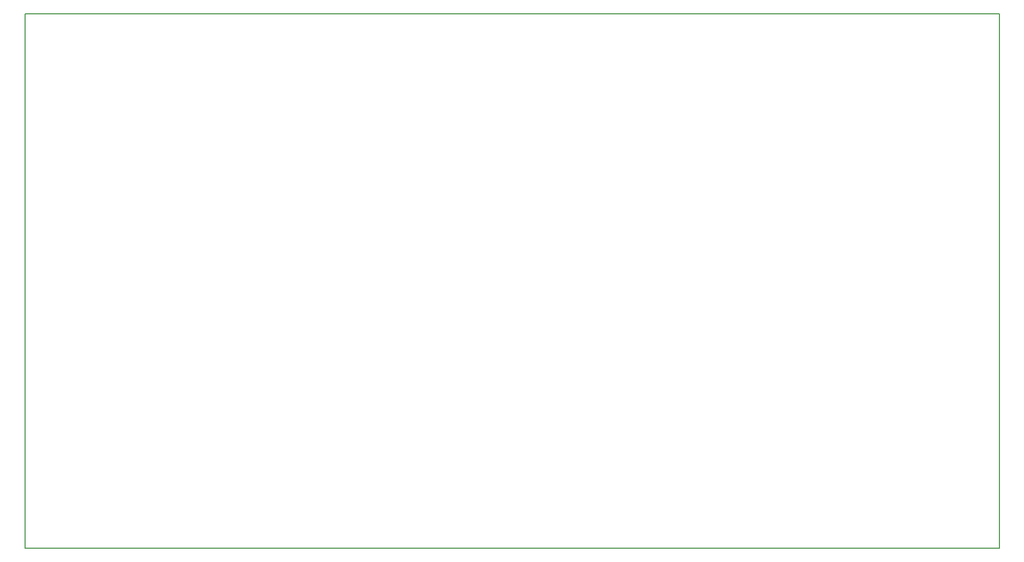
<source format=gbr>
G04 #@! TF.FileFunction,Profile,NP*
%FSLAX46Y46*%
G04 Gerber Fmt 4.6, Leading zero omitted, Abs format (unit mm)*
G04 Created by KiCad (PCBNEW 4.0.7) date Sunday, 03 December 2017 'PMt' 12:04:49*
%MOMM*%
%LPD*%
G01*
G04 APERTURE LIST*
%ADD10C,0.100000*%
%ADD11C,0.150000*%
G04 APERTURE END LIST*
D10*
D11*
X16250000Y-16750000D02*
X18000000Y-16750000D01*
X16250000Y-17000000D02*
X16250000Y-16750000D01*
X16250000Y-98500000D02*
X16250000Y-17000000D01*
X16250000Y-105250000D02*
X16250000Y-98500000D01*
X177500000Y-16750000D02*
X18000000Y-16750000D01*
X177500000Y-105250000D02*
X177500000Y-16750000D01*
X16250000Y-105250000D02*
X177500000Y-105250000D01*
M02*

</source>
